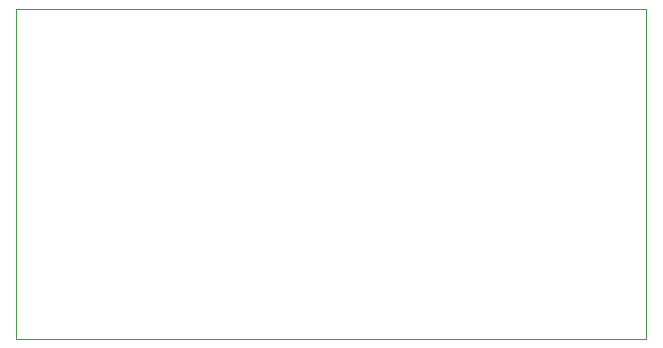
<source format=gbr>
%TF.GenerationSoftware,KiCad,Pcbnew,7.0.10*%
%TF.CreationDate,2024-01-29T12:38:23+01:00*%
%TF.ProjectId,01_taramapre,30315f74-6172-4616-9d61-7072652e6b69,rev?*%
%TF.SameCoordinates,Original*%
%TF.FileFunction,Profile,NP*%
%FSLAX46Y46*%
G04 Gerber Fmt 4.6, Leading zero omitted, Abs format (unit mm)*
G04 Created by KiCad (PCBNEW 7.0.10) date 2024-01-29 12:38:23*
%MOMM*%
%LPD*%
G01*
G04 APERTURE LIST*
%TA.AperFunction,Profile*%
%ADD10C,0.100000*%
%TD*%
G04 APERTURE END LIST*
D10*
X102870000Y-71120000D02*
X156210000Y-71120000D01*
X156210000Y-99060000D01*
X102870000Y-99060000D01*
X102870000Y-71120000D01*
M02*

</source>
